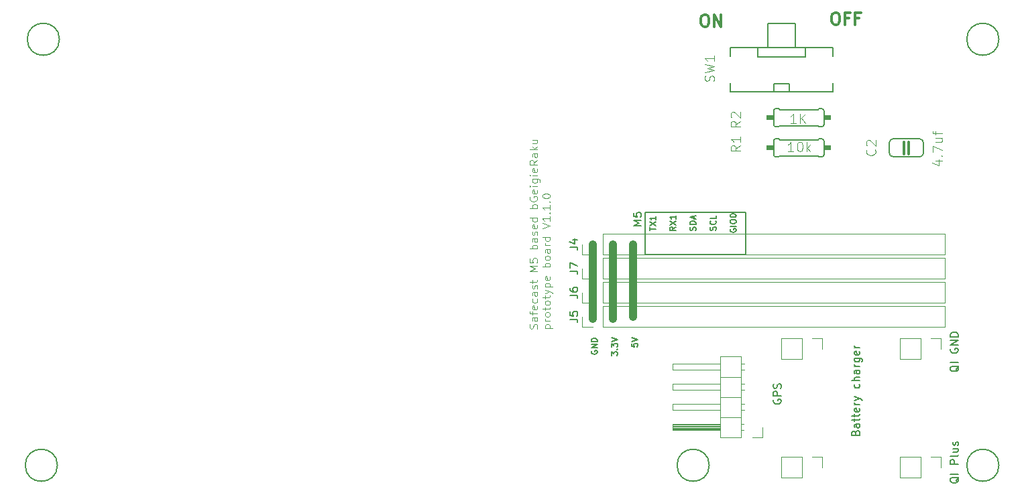
<source format=gbr>
G04 #@! TF.GenerationSoftware,KiCad,Pcbnew,5.99.0-unknown-51b9944~86~ubuntu18.04.1*
G04 #@! TF.CreationDate,2020-03-12T08:57:13+09:00*
G04 #@! TF.ProjectId,bGeigieRaku V2,62476569-6769-4655-9261-6b752056322e,rev?*
G04 #@! TF.SameCoordinates,Original*
G04 #@! TF.FileFunction,Legend,Top*
G04 #@! TF.FilePolarity,Positive*
%FSLAX46Y46*%
G04 Gerber Fmt 4.6, Leading zero omitted, Abs format (unit mm)*
G04 Created by KiCad (PCBNEW 5.99.0-unknown-51b9944~86~ubuntu18.04.1) date 2020-03-12 08:57:13*
%MOMM*%
%LPD*%
G01*
G04 APERTURE LIST*
%ADD10C,1.000000*%
%ADD11C,0.150000*%
%ADD12C,0.300000*%
%ADD13C,0.200000*%
%ADD14C,0.100000*%
%ADD15C,0.203200*%
%ADD16C,0.120000*%
%ADD17C,0.152400*%
%ADD18C,0.304800*%
%ADD19C,0.127000*%
%ADD20C,0.120650*%
%ADD21C,0.096520*%
G04 APERTURE END LIST*
D10*
X164947600Y-98246000D02*
X164947600Y-107390000D01*
X162407600Y-98246000D02*
X162407600Y-107644000D01*
D11*
X193070171Y-122073714D02*
X193117790Y-121930857D01*
X193165409Y-121883238D01*
X193260647Y-121835619D01*
X193403504Y-121835619D01*
X193498742Y-121883238D01*
X193546361Y-121930857D01*
X193593980Y-122026095D01*
X193593980Y-122407047D01*
X192593980Y-122407047D01*
X192593980Y-122073714D01*
X192641600Y-121978476D01*
X192689219Y-121930857D01*
X192784457Y-121883238D01*
X192879695Y-121883238D01*
X192974933Y-121930857D01*
X193022552Y-121978476D01*
X193070171Y-122073714D01*
X193070171Y-122407047D01*
X193593980Y-120978476D02*
X193070171Y-120978476D01*
X192974933Y-121026095D01*
X192927314Y-121121333D01*
X192927314Y-121311809D01*
X192974933Y-121407047D01*
X193546361Y-120978476D02*
X193593980Y-121073714D01*
X193593980Y-121311809D01*
X193546361Y-121407047D01*
X193451123Y-121454666D01*
X193355885Y-121454666D01*
X193260647Y-121407047D01*
X193213028Y-121311809D01*
X193213028Y-121073714D01*
X193165409Y-120978476D01*
X192927314Y-120645142D02*
X192927314Y-120264190D01*
X192593980Y-120502285D02*
X193451123Y-120502285D01*
X193546361Y-120454666D01*
X193593980Y-120359428D01*
X193593980Y-120264190D01*
X192927314Y-120073714D02*
X192927314Y-119692761D01*
X192593980Y-119930857D02*
X193451123Y-119930857D01*
X193546361Y-119883238D01*
X193593980Y-119788000D01*
X193593980Y-119692761D01*
X193546361Y-118978476D02*
X193593980Y-119073714D01*
X193593980Y-119264190D01*
X193546361Y-119359428D01*
X193451123Y-119407047D01*
X193070171Y-119407047D01*
X192974933Y-119359428D01*
X192927314Y-119264190D01*
X192927314Y-119073714D01*
X192974933Y-118978476D01*
X193070171Y-118930857D01*
X193165409Y-118930857D01*
X193260647Y-119407047D01*
X193593980Y-118502285D02*
X192927314Y-118502285D01*
X193117790Y-118502285D02*
X193022552Y-118454666D01*
X192974933Y-118407047D01*
X192927314Y-118311809D01*
X192927314Y-118216571D01*
X192927314Y-117978476D02*
X193593980Y-117740380D01*
X192927314Y-117502285D02*
X193593980Y-117740380D01*
X193832076Y-117835619D01*
X193879695Y-117883238D01*
X193927314Y-117978476D01*
X193546361Y-115930857D02*
X193593980Y-116026095D01*
X193593980Y-116216571D01*
X193546361Y-116311809D01*
X193498742Y-116359428D01*
X193403504Y-116407047D01*
X193117790Y-116407047D01*
X193022552Y-116359428D01*
X192974933Y-116311809D01*
X192927314Y-116216571D01*
X192927314Y-116026095D01*
X192974933Y-115930857D01*
X193593980Y-115502285D02*
X192593980Y-115502285D01*
X193593980Y-115073714D02*
X193070171Y-115073714D01*
X192974933Y-115121333D01*
X192927314Y-115216571D01*
X192927314Y-115359428D01*
X192974933Y-115454666D01*
X193022552Y-115502285D01*
X193593980Y-114168952D02*
X193070171Y-114168952D01*
X192974933Y-114216571D01*
X192927314Y-114311809D01*
X192927314Y-114502285D01*
X192974933Y-114597523D01*
X193546361Y-114168952D02*
X193593980Y-114264190D01*
X193593980Y-114502285D01*
X193546361Y-114597523D01*
X193451123Y-114645142D01*
X193355885Y-114645142D01*
X193260647Y-114597523D01*
X193213028Y-114502285D01*
X193213028Y-114264190D01*
X193165409Y-114168952D01*
X193593980Y-113692761D02*
X192927314Y-113692761D01*
X193117790Y-113692761D02*
X193022552Y-113645142D01*
X192974933Y-113597523D01*
X192927314Y-113502285D01*
X192927314Y-113407047D01*
X192927314Y-112645142D02*
X193736838Y-112645142D01*
X193832076Y-112692761D01*
X193879695Y-112740380D01*
X193927314Y-112835619D01*
X193927314Y-112978476D01*
X193879695Y-113073714D01*
X193546361Y-112645142D02*
X193593980Y-112740380D01*
X193593980Y-112930857D01*
X193546361Y-113026095D01*
X193498742Y-113073714D01*
X193403504Y-113121333D01*
X193117790Y-113121333D01*
X193022552Y-113073714D01*
X192974933Y-113026095D01*
X192927314Y-112930857D01*
X192927314Y-112740380D01*
X192974933Y-112645142D01*
X193546361Y-111788000D02*
X193593980Y-111883238D01*
X193593980Y-112073714D01*
X193546361Y-112168952D01*
X193451123Y-112216571D01*
X193070171Y-112216571D01*
X192974933Y-112168952D01*
X192927314Y-112073714D01*
X192927314Y-111883238D01*
X192974933Y-111788000D01*
X193070171Y-111740380D01*
X193165409Y-111740380D01*
X193260647Y-112216571D01*
X193593980Y-111311809D02*
X192927314Y-111311809D01*
X193117790Y-111311809D02*
X193022552Y-111264190D01*
X192974933Y-111216571D01*
X192927314Y-111121333D01*
X192927314Y-111026095D01*
D12*
X173925028Y-69230571D02*
X174210742Y-69230571D01*
X174353600Y-69302000D01*
X174496457Y-69444857D01*
X174567885Y-69730571D01*
X174567885Y-70230571D01*
X174496457Y-70516285D01*
X174353600Y-70659142D01*
X174210742Y-70730571D01*
X173925028Y-70730571D01*
X173782171Y-70659142D01*
X173639314Y-70516285D01*
X173567885Y-70230571D01*
X173567885Y-69730571D01*
X173639314Y-69444857D01*
X173782171Y-69302000D01*
X173925028Y-69230571D01*
X175210742Y-70730571D02*
X175210742Y-69230571D01*
X176067885Y-70730571D01*
X176067885Y-69230571D01*
X190443028Y-68976571D02*
X190728742Y-68976571D01*
X190871600Y-69048000D01*
X191014457Y-69190857D01*
X191085885Y-69476571D01*
X191085885Y-69976571D01*
X191014457Y-70262285D01*
X190871600Y-70405142D01*
X190728742Y-70476571D01*
X190443028Y-70476571D01*
X190300171Y-70405142D01*
X190157314Y-70262285D01*
X190085885Y-69976571D01*
X190085885Y-69476571D01*
X190157314Y-69190857D01*
X190300171Y-69048000D01*
X190443028Y-68976571D01*
X192228742Y-69690857D02*
X191728742Y-69690857D01*
X191728742Y-70476571D02*
X191728742Y-68976571D01*
X192443028Y-68976571D01*
X193514457Y-69690857D02*
X193014457Y-69690857D01*
X193014457Y-70476571D02*
X193014457Y-68976571D01*
X193728742Y-68976571D01*
D11*
X166034980Y-95880523D02*
X165034980Y-95880523D01*
X165749266Y-95547190D01*
X165034980Y-95213857D01*
X166034980Y-95213857D01*
X165034980Y-94261476D02*
X165034980Y-94737666D01*
X165511171Y-94785285D01*
X165463552Y-94737666D01*
X165415933Y-94642428D01*
X165415933Y-94404333D01*
X165463552Y-94309095D01*
X165511171Y-94261476D01*
X165606409Y-94213857D01*
X165844504Y-94213857D01*
X165939742Y-94261476D01*
X165987361Y-94309095D01*
X166034980Y-94404333D01*
X166034980Y-94642428D01*
X165987361Y-94737666D01*
X165939742Y-94785285D01*
D13*
X179171600Y-99516000D02*
X166471600Y-99516000D01*
X179171600Y-94182000D02*
X179171600Y-99516000D01*
X166471600Y-94182000D02*
X179171600Y-94182000D01*
X166471600Y-99516000D02*
X166471600Y-94182000D01*
D10*
X159867600Y-98246000D02*
X159867600Y-107644000D01*
D11*
X177272600Y-96311142D02*
X177236885Y-96382571D01*
X177236885Y-96489714D01*
X177272600Y-96596857D01*
X177344028Y-96668285D01*
X177415457Y-96704000D01*
X177558314Y-96739714D01*
X177665457Y-96739714D01*
X177808314Y-96704000D01*
X177879742Y-96668285D01*
X177951171Y-96596857D01*
X177986885Y-96489714D01*
X177986885Y-96418285D01*
X177951171Y-96311142D01*
X177915457Y-96275428D01*
X177665457Y-96275428D01*
X177665457Y-96418285D01*
X177986885Y-95954000D02*
X177236885Y-95954000D01*
X177236885Y-95454000D02*
X177236885Y-95311142D01*
X177272600Y-95239714D01*
X177344028Y-95168285D01*
X177486885Y-95132571D01*
X177736885Y-95132571D01*
X177879742Y-95168285D01*
X177951171Y-95239714D01*
X177986885Y-95311142D01*
X177986885Y-95454000D01*
X177951171Y-95525428D01*
X177879742Y-95596857D01*
X177736885Y-95632571D01*
X177486885Y-95632571D01*
X177344028Y-95596857D01*
X177272600Y-95525428D01*
X177236885Y-95454000D01*
X177236885Y-94668285D02*
X177236885Y-94596857D01*
X177272600Y-94525428D01*
X177308314Y-94489714D01*
X177379742Y-94454000D01*
X177522600Y-94418285D01*
X177701171Y-94418285D01*
X177844028Y-94454000D01*
X177915457Y-94489714D01*
X177951171Y-94525428D01*
X177986885Y-94596857D01*
X177986885Y-94668285D01*
X177951171Y-94739714D01*
X177915457Y-94775428D01*
X177844028Y-94811142D01*
X177701171Y-94846857D01*
X177522600Y-94846857D01*
X177379742Y-94811142D01*
X177308314Y-94775428D01*
X177272600Y-94739714D01*
X177236885Y-94668285D01*
X175411171Y-96471857D02*
X175446885Y-96364714D01*
X175446885Y-96186142D01*
X175411171Y-96114714D01*
X175375457Y-96079000D01*
X175304028Y-96043285D01*
X175232600Y-96043285D01*
X175161171Y-96079000D01*
X175125457Y-96114714D01*
X175089742Y-96186142D01*
X175054028Y-96329000D01*
X175018314Y-96400428D01*
X174982600Y-96436142D01*
X174911171Y-96471857D01*
X174839742Y-96471857D01*
X174768314Y-96436142D01*
X174732600Y-96400428D01*
X174696885Y-96329000D01*
X174696885Y-96150428D01*
X174732600Y-96043285D01*
X175375457Y-95293285D02*
X175411171Y-95329000D01*
X175446885Y-95436142D01*
X175446885Y-95507571D01*
X175411171Y-95614714D01*
X175339742Y-95686142D01*
X175268314Y-95721857D01*
X175125457Y-95757571D01*
X175018314Y-95757571D01*
X174875457Y-95721857D01*
X174804028Y-95686142D01*
X174732600Y-95614714D01*
X174696885Y-95507571D01*
X174696885Y-95436142D01*
X174732600Y-95329000D01*
X174768314Y-95293285D01*
X175446885Y-94614714D02*
X175446885Y-94971857D01*
X174696885Y-94971857D01*
X172871171Y-96489714D02*
X172906885Y-96382571D01*
X172906885Y-96204000D01*
X172871171Y-96132571D01*
X172835457Y-96096857D01*
X172764028Y-96061142D01*
X172692600Y-96061142D01*
X172621171Y-96096857D01*
X172585457Y-96132571D01*
X172549742Y-96204000D01*
X172514028Y-96346857D01*
X172478314Y-96418285D01*
X172442600Y-96454000D01*
X172371171Y-96489714D01*
X172299742Y-96489714D01*
X172228314Y-96454000D01*
X172192600Y-96418285D01*
X172156885Y-96346857D01*
X172156885Y-96168285D01*
X172192600Y-96061142D01*
X172906885Y-95739714D02*
X172156885Y-95739714D01*
X172156885Y-95561142D01*
X172192600Y-95454000D01*
X172264028Y-95382571D01*
X172335457Y-95346857D01*
X172478314Y-95311142D01*
X172585457Y-95311142D01*
X172728314Y-95346857D01*
X172799742Y-95382571D01*
X172871171Y-95454000D01*
X172906885Y-95561142D01*
X172906885Y-95739714D01*
X172692600Y-95025428D02*
X172692600Y-94668285D01*
X172906885Y-95096857D02*
X172156885Y-94846857D01*
X172906885Y-94596857D01*
X170366885Y-96061141D02*
X170009742Y-96311141D01*
X170366885Y-96489713D02*
X169616885Y-96489713D01*
X169616885Y-96203999D01*
X169652600Y-96132570D01*
X169688314Y-96096856D01*
X169759742Y-96061141D01*
X169866885Y-96061141D01*
X169938314Y-96096856D01*
X169974028Y-96132570D01*
X170009742Y-96203999D01*
X170009742Y-96489713D01*
X169616885Y-95811141D02*
X170366885Y-95311141D01*
X169616885Y-95311141D02*
X170366885Y-95811141D01*
X170366885Y-94632570D02*
X170366885Y-95061141D01*
X170366885Y-94846856D02*
X169616885Y-94846856D01*
X169724028Y-94918284D01*
X169795457Y-94989713D01*
X169831171Y-95061141D01*
X167076885Y-96507570D02*
X167076885Y-96078999D01*
X167826885Y-96293284D02*
X167076885Y-96293284D01*
X167076885Y-95900427D02*
X167826885Y-95400427D01*
X167076885Y-95400427D02*
X167826885Y-95900427D01*
X167826885Y-94721856D02*
X167826885Y-95150427D01*
X167826885Y-94936141D02*
X167076885Y-94936141D01*
X167184028Y-95007570D01*
X167255457Y-95078999D01*
X167291171Y-95150427D01*
X164790885Y-110807143D02*
X164790885Y-111164286D01*
X165148028Y-111200000D01*
X165112314Y-111164286D01*
X165076600Y-111092857D01*
X165076600Y-110914286D01*
X165112314Y-110842857D01*
X165148028Y-110807143D01*
X165219457Y-110771428D01*
X165398028Y-110771428D01*
X165469457Y-110807143D01*
X165505171Y-110842857D01*
X165540885Y-110914286D01*
X165540885Y-111092857D01*
X165505171Y-111164286D01*
X165469457Y-111200000D01*
X164790885Y-110557143D02*
X165540885Y-110307143D01*
X164790885Y-110057143D01*
X162250885Y-112307142D02*
X162250885Y-111842857D01*
X162536600Y-112092857D01*
X162536600Y-111985714D01*
X162572314Y-111914285D01*
X162608028Y-111878571D01*
X162679457Y-111842857D01*
X162858028Y-111842857D01*
X162929457Y-111878571D01*
X162965171Y-111914285D01*
X163000885Y-111985714D01*
X163000885Y-112200000D01*
X162965171Y-112271428D01*
X162929457Y-112307142D01*
X162929457Y-111521428D02*
X162965171Y-111485714D01*
X163000885Y-111521428D01*
X162965171Y-111557142D01*
X162929457Y-111521428D01*
X163000885Y-111521428D01*
X162250885Y-111235714D02*
X162250885Y-110771428D01*
X162536600Y-111021428D01*
X162536600Y-110914285D01*
X162572314Y-110842857D01*
X162608028Y-110807142D01*
X162679457Y-110771428D01*
X162858028Y-110771428D01*
X162929457Y-110807142D01*
X162965171Y-110842857D01*
X163000885Y-110914285D01*
X163000885Y-111128571D01*
X162965171Y-111200000D01*
X162929457Y-111235714D01*
X162250885Y-110557142D02*
X163000885Y-110307142D01*
X162250885Y-110057142D01*
X159746600Y-111699999D02*
X159710885Y-111771428D01*
X159710885Y-111878571D01*
X159746600Y-111985713D01*
X159818028Y-112057142D01*
X159889457Y-112092856D01*
X160032314Y-112128571D01*
X160139457Y-112128571D01*
X160282314Y-112092856D01*
X160353742Y-112057142D01*
X160425171Y-111985713D01*
X160460885Y-111878571D01*
X160460885Y-111807142D01*
X160425171Y-111699999D01*
X160389457Y-111664285D01*
X160139457Y-111664285D01*
X160139457Y-111807142D01*
X160460885Y-111342856D02*
X159710885Y-111342856D01*
X160460885Y-110914285D01*
X159710885Y-110914285D01*
X160460885Y-110557142D02*
X159710885Y-110557142D01*
X159710885Y-110378571D01*
X159746600Y-110271428D01*
X159818028Y-110199999D01*
X159889457Y-110164285D01*
X160032314Y-110128571D01*
X160139457Y-110128571D01*
X160282314Y-110164285D01*
X160353742Y-110199999D01*
X160425171Y-110271428D01*
X160460885Y-110378571D01*
X160460885Y-110557142D01*
D14*
X152863361Y-108912523D02*
X152910980Y-108769666D01*
X152910980Y-108531571D01*
X152863361Y-108436333D01*
X152815742Y-108388714D01*
X152720504Y-108341095D01*
X152625266Y-108341095D01*
X152530028Y-108388714D01*
X152482409Y-108436333D01*
X152434790Y-108531571D01*
X152387171Y-108722047D01*
X152339552Y-108817285D01*
X152291933Y-108864904D01*
X152196695Y-108912523D01*
X152101457Y-108912523D01*
X152006219Y-108864904D01*
X151958600Y-108817285D01*
X151910980Y-108722047D01*
X151910980Y-108483952D01*
X151958600Y-108341095D01*
X152910980Y-107483952D02*
X152387171Y-107483952D01*
X152291933Y-107531571D01*
X152244314Y-107626809D01*
X152244314Y-107817285D01*
X152291933Y-107912523D01*
X152863361Y-107483952D02*
X152910980Y-107579190D01*
X152910980Y-107817285D01*
X152863361Y-107912523D01*
X152768123Y-107960142D01*
X152672885Y-107960142D01*
X152577647Y-107912523D01*
X152530028Y-107817285D01*
X152530028Y-107579190D01*
X152482409Y-107483952D01*
X152244314Y-107150619D02*
X152244314Y-106769666D01*
X152910980Y-107007761D02*
X152053838Y-107007761D01*
X151958600Y-106960142D01*
X151910980Y-106864904D01*
X151910980Y-106769666D01*
X152863361Y-106055380D02*
X152910980Y-106150619D01*
X152910980Y-106341095D01*
X152863361Y-106436333D01*
X152768123Y-106483952D01*
X152387171Y-106483952D01*
X152291933Y-106436333D01*
X152244314Y-106341095D01*
X152244314Y-106150619D01*
X152291933Y-106055380D01*
X152387171Y-106007761D01*
X152482409Y-106007761D01*
X152577647Y-106483952D01*
X152863361Y-105150619D02*
X152910980Y-105245857D01*
X152910980Y-105436333D01*
X152863361Y-105531571D01*
X152815742Y-105579190D01*
X152720504Y-105626809D01*
X152434790Y-105626809D01*
X152339552Y-105579190D01*
X152291933Y-105531571D01*
X152244314Y-105436333D01*
X152244314Y-105245857D01*
X152291933Y-105150619D01*
X152910980Y-104293476D02*
X152387171Y-104293476D01*
X152291933Y-104341095D01*
X152244314Y-104436333D01*
X152244314Y-104626809D01*
X152291933Y-104722047D01*
X152863361Y-104293476D02*
X152910980Y-104388714D01*
X152910980Y-104626809D01*
X152863361Y-104722047D01*
X152768123Y-104769666D01*
X152672885Y-104769666D01*
X152577647Y-104722047D01*
X152530028Y-104626809D01*
X152530028Y-104388714D01*
X152482409Y-104293476D01*
X152863361Y-103864904D02*
X152910980Y-103769666D01*
X152910980Y-103579190D01*
X152863361Y-103483952D01*
X152768123Y-103436333D01*
X152720504Y-103436333D01*
X152625266Y-103483952D01*
X152577647Y-103579190D01*
X152577647Y-103722047D01*
X152530028Y-103817285D01*
X152434790Y-103864904D01*
X152387171Y-103864904D01*
X152291933Y-103817285D01*
X152244314Y-103722047D01*
X152244314Y-103579190D01*
X152291933Y-103483952D01*
X152244314Y-103150619D02*
X152244314Y-102769666D01*
X151910980Y-103007761D02*
X152768123Y-103007761D01*
X152863361Y-102960142D01*
X152910980Y-102864904D01*
X152910980Y-102769666D01*
X152910980Y-101674428D02*
X151910980Y-101674428D01*
X152625266Y-101341095D01*
X151910980Y-101007761D01*
X152910980Y-101007761D01*
X151910980Y-100055380D02*
X151910980Y-100531571D01*
X152387171Y-100579190D01*
X152339552Y-100531571D01*
X152291933Y-100436333D01*
X152291933Y-100198238D01*
X152339552Y-100103000D01*
X152387171Y-100055380D01*
X152482409Y-100007761D01*
X152720504Y-100007761D01*
X152815742Y-100055380D01*
X152863361Y-100103000D01*
X152910980Y-100198238D01*
X152910980Y-100436333D01*
X152863361Y-100531571D01*
X152815742Y-100579190D01*
X152910980Y-98817285D02*
X151910980Y-98817285D01*
X152291933Y-98817285D02*
X152244314Y-98722047D01*
X152244314Y-98531571D01*
X152291933Y-98436333D01*
X152339552Y-98388714D01*
X152434790Y-98341095D01*
X152720504Y-98341095D01*
X152815742Y-98388714D01*
X152863361Y-98436333D01*
X152910980Y-98531571D01*
X152910980Y-98722047D01*
X152863361Y-98817285D01*
X152910980Y-97483952D02*
X152387171Y-97483952D01*
X152291933Y-97531571D01*
X152244314Y-97626809D01*
X152244314Y-97817285D01*
X152291933Y-97912523D01*
X152863361Y-97483952D02*
X152910980Y-97579190D01*
X152910980Y-97817285D01*
X152863361Y-97912523D01*
X152768123Y-97960142D01*
X152672885Y-97960142D01*
X152577647Y-97912523D01*
X152530028Y-97817285D01*
X152530028Y-97579190D01*
X152482409Y-97483952D01*
X152863361Y-97055380D02*
X152910980Y-96960142D01*
X152910980Y-96769666D01*
X152863361Y-96674428D01*
X152768123Y-96626809D01*
X152720504Y-96626809D01*
X152625266Y-96674428D01*
X152577647Y-96769666D01*
X152577647Y-96912523D01*
X152530028Y-97007761D01*
X152434790Y-97055380D01*
X152387171Y-97055380D01*
X152291933Y-97007761D01*
X152244314Y-96912523D01*
X152244314Y-96769666D01*
X152291933Y-96674428D01*
X152863361Y-95817285D02*
X152910980Y-95912523D01*
X152910980Y-96103000D01*
X152863361Y-96198238D01*
X152768123Y-96245857D01*
X152387171Y-96245857D01*
X152291933Y-96198238D01*
X152244314Y-96103000D01*
X152244314Y-95912523D01*
X152291933Y-95817285D01*
X152387171Y-95769666D01*
X152482409Y-95769666D01*
X152577647Y-96245857D01*
X152910980Y-94912523D02*
X151910980Y-94912523D01*
X152863361Y-94912523D02*
X152910980Y-95007761D01*
X152910980Y-95198238D01*
X152863361Y-95293476D01*
X152815742Y-95341095D01*
X152720504Y-95388714D01*
X152434790Y-95388714D01*
X152339552Y-95341095D01*
X152291933Y-95293476D01*
X152244314Y-95198238D01*
X152244314Y-95007761D01*
X152291933Y-94912523D01*
X152910980Y-93674428D02*
X151910980Y-93674428D01*
X152291933Y-93674428D02*
X152244314Y-93579190D01*
X152244314Y-93388714D01*
X152291933Y-93293476D01*
X152339552Y-93245857D01*
X152434790Y-93198238D01*
X152720504Y-93198238D01*
X152815742Y-93245857D01*
X152863361Y-93293476D01*
X152910980Y-93388714D01*
X152910980Y-93579190D01*
X152863361Y-93674428D01*
X151958600Y-92245857D02*
X151910980Y-92341095D01*
X151910980Y-92483952D01*
X151958600Y-92626809D01*
X152053838Y-92722047D01*
X152149076Y-92769666D01*
X152339552Y-92817285D01*
X152482409Y-92817285D01*
X152672885Y-92769666D01*
X152768123Y-92722047D01*
X152863361Y-92626809D01*
X152910980Y-92483952D01*
X152910980Y-92388714D01*
X152863361Y-92245857D01*
X152815742Y-92198238D01*
X152482409Y-92198238D01*
X152482409Y-92388714D01*
X152863361Y-91388714D02*
X152910980Y-91483952D01*
X152910980Y-91674428D01*
X152863361Y-91769666D01*
X152768123Y-91817285D01*
X152387171Y-91817285D01*
X152291933Y-91769666D01*
X152244314Y-91674428D01*
X152244314Y-91483952D01*
X152291933Y-91388714D01*
X152387171Y-91341095D01*
X152482409Y-91341095D01*
X152577647Y-91817285D01*
X152910980Y-90912523D02*
X152244314Y-90912523D01*
X151910980Y-90912523D02*
X151958600Y-90960142D01*
X152006219Y-90912523D01*
X151958600Y-90864904D01*
X151910980Y-90912523D01*
X152006219Y-90912523D01*
X152244314Y-90007761D02*
X153053838Y-90007761D01*
X153149076Y-90055380D01*
X153196695Y-90103000D01*
X153244314Y-90198238D01*
X153244314Y-90341095D01*
X153196695Y-90436333D01*
X152863361Y-90007761D02*
X152910980Y-90103000D01*
X152910980Y-90293476D01*
X152863361Y-90388714D01*
X152815742Y-90436333D01*
X152720504Y-90483952D01*
X152434790Y-90483952D01*
X152339552Y-90436333D01*
X152291933Y-90388714D01*
X152244314Y-90293476D01*
X152244314Y-90103000D01*
X152291933Y-90007761D01*
X152910980Y-89531571D02*
X152244314Y-89531571D01*
X151910980Y-89531571D02*
X151958600Y-89579190D01*
X152006219Y-89531571D01*
X151958600Y-89483952D01*
X151910980Y-89531571D01*
X152006219Y-89531571D01*
X152863361Y-88674428D02*
X152910980Y-88769666D01*
X152910980Y-88960142D01*
X152863361Y-89055380D01*
X152768123Y-89103000D01*
X152387171Y-89103000D01*
X152291933Y-89055380D01*
X152244314Y-88960142D01*
X152244314Y-88769666D01*
X152291933Y-88674428D01*
X152387171Y-88626809D01*
X152482409Y-88626809D01*
X152577647Y-89103000D01*
X152910980Y-87626809D02*
X152434790Y-87960142D01*
X152910980Y-88198238D02*
X151910980Y-88198238D01*
X151910980Y-87817285D01*
X151958600Y-87722047D01*
X152006219Y-87674428D01*
X152101457Y-87626809D01*
X152244314Y-87626809D01*
X152339552Y-87674428D01*
X152387171Y-87722047D01*
X152434790Y-87817285D01*
X152434790Y-88198238D01*
X152910980Y-86769666D02*
X152387171Y-86769666D01*
X152291933Y-86817285D01*
X152244314Y-86912523D01*
X152244314Y-87103000D01*
X152291933Y-87198238D01*
X152863361Y-86769666D02*
X152910980Y-86864904D01*
X152910980Y-87103000D01*
X152863361Y-87198238D01*
X152768123Y-87245857D01*
X152672885Y-87245857D01*
X152577647Y-87198238D01*
X152530028Y-87103000D01*
X152530028Y-86864904D01*
X152482409Y-86769666D01*
X152910980Y-86293476D02*
X151910980Y-86293476D01*
X152530028Y-86198238D02*
X152910980Y-85912523D01*
X152244314Y-85912523D02*
X152625266Y-86293476D01*
X152244314Y-85055380D02*
X152910980Y-85055380D01*
X152244314Y-85483952D02*
X152768123Y-85483952D01*
X152863361Y-85436333D01*
X152910980Y-85341095D01*
X152910980Y-85198238D01*
X152863361Y-85103000D01*
X152815742Y-85055380D01*
X153854314Y-108864904D02*
X154854314Y-108864904D01*
X153901933Y-108864904D02*
X153854314Y-108769666D01*
X153854314Y-108579190D01*
X153901933Y-108483952D01*
X153949552Y-108436333D01*
X154044790Y-108388714D01*
X154330504Y-108388714D01*
X154425742Y-108436333D01*
X154473361Y-108483952D01*
X154520980Y-108579190D01*
X154520980Y-108769666D01*
X154473361Y-108864904D01*
X154520980Y-107960142D02*
X153854314Y-107960142D01*
X154044790Y-107960142D02*
X153949552Y-107912523D01*
X153901933Y-107864904D01*
X153854314Y-107769666D01*
X153854314Y-107674428D01*
X154520980Y-107198238D02*
X154473361Y-107293476D01*
X154425742Y-107341095D01*
X154330504Y-107388714D01*
X154044790Y-107388714D01*
X153949552Y-107341095D01*
X153901933Y-107293476D01*
X153854314Y-107198238D01*
X153854314Y-107055380D01*
X153901933Y-106960142D01*
X153949552Y-106912523D01*
X154044790Y-106864904D01*
X154330504Y-106864904D01*
X154425742Y-106912523D01*
X154473361Y-106960142D01*
X154520980Y-107055380D01*
X154520980Y-107198238D01*
X153854314Y-106579190D02*
X153854314Y-106198238D01*
X153520980Y-106436333D02*
X154378123Y-106436333D01*
X154473361Y-106388714D01*
X154520980Y-106293476D01*
X154520980Y-106198238D01*
X154520980Y-105722047D02*
X154473361Y-105817285D01*
X154425742Y-105864904D01*
X154330504Y-105912523D01*
X154044790Y-105912523D01*
X153949552Y-105864904D01*
X153901933Y-105817285D01*
X153854314Y-105722047D01*
X153854314Y-105579190D01*
X153901933Y-105483952D01*
X153949552Y-105436333D01*
X154044790Y-105388714D01*
X154330504Y-105388714D01*
X154425742Y-105436333D01*
X154473361Y-105483952D01*
X154520980Y-105579190D01*
X154520980Y-105722047D01*
X153854314Y-105103000D02*
X153854314Y-104722047D01*
X153520980Y-104960142D02*
X154378123Y-104960142D01*
X154473361Y-104912523D01*
X154520980Y-104817285D01*
X154520980Y-104722047D01*
X153854314Y-104483952D02*
X154520980Y-104245857D01*
X153854314Y-104007761D02*
X154520980Y-104245857D01*
X154759076Y-104341095D01*
X154806695Y-104388714D01*
X154854314Y-104483952D01*
X153854314Y-103626809D02*
X154854314Y-103626809D01*
X153901933Y-103626809D02*
X153854314Y-103531571D01*
X153854314Y-103341095D01*
X153901933Y-103245857D01*
X153949552Y-103198238D01*
X154044790Y-103150619D01*
X154330504Y-103150619D01*
X154425742Y-103198238D01*
X154473361Y-103245857D01*
X154520980Y-103341095D01*
X154520980Y-103531571D01*
X154473361Y-103626809D01*
X154473361Y-102341095D02*
X154520980Y-102436333D01*
X154520980Y-102626809D01*
X154473361Y-102722047D01*
X154378123Y-102769666D01*
X153997171Y-102769666D01*
X153901933Y-102722047D01*
X153854314Y-102626809D01*
X153854314Y-102436333D01*
X153901933Y-102341095D01*
X153997171Y-102293476D01*
X154092409Y-102293476D01*
X154187647Y-102769666D01*
X154520980Y-101103000D02*
X153520980Y-101103000D01*
X153901933Y-101103000D02*
X153854314Y-101007761D01*
X153854314Y-100817285D01*
X153901933Y-100722047D01*
X153949552Y-100674428D01*
X154044790Y-100626809D01*
X154330504Y-100626809D01*
X154425742Y-100674428D01*
X154473361Y-100722047D01*
X154520980Y-100817285D01*
X154520980Y-101007761D01*
X154473361Y-101103000D01*
X154520980Y-100055380D02*
X154473361Y-100150619D01*
X154425742Y-100198238D01*
X154330504Y-100245857D01*
X154044790Y-100245857D01*
X153949552Y-100198238D01*
X153901933Y-100150619D01*
X153854314Y-100055380D01*
X153854314Y-99912523D01*
X153901933Y-99817285D01*
X153949552Y-99769666D01*
X154044790Y-99722047D01*
X154330504Y-99722047D01*
X154425742Y-99769666D01*
X154473361Y-99817285D01*
X154520980Y-99912523D01*
X154520980Y-100055380D01*
X154520980Y-98864904D02*
X153997171Y-98864904D01*
X153901933Y-98912523D01*
X153854314Y-99007761D01*
X153854314Y-99198238D01*
X153901933Y-99293476D01*
X154473361Y-98864904D02*
X154520980Y-98960142D01*
X154520980Y-99198238D01*
X154473361Y-99293476D01*
X154378123Y-99341095D01*
X154282885Y-99341095D01*
X154187647Y-99293476D01*
X154140028Y-99198238D01*
X154140028Y-98960142D01*
X154092409Y-98864904D01*
X154520980Y-98388714D02*
X153854314Y-98388714D01*
X154044790Y-98388714D02*
X153949552Y-98341095D01*
X153901933Y-98293476D01*
X153854314Y-98198238D01*
X153854314Y-98103000D01*
X154520980Y-97341095D02*
X153520980Y-97341095D01*
X154473361Y-97341095D02*
X154520980Y-97436333D01*
X154520980Y-97626809D01*
X154473361Y-97722047D01*
X154425742Y-97769666D01*
X154330504Y-97817285D01*
X154044790Y-97817285D01*
X153949552Y-97769666D01*
X153901933Y-97722047D01*
X153854314Y-97626809D01*
X153854314Y-97436333D01*
X153901933Y-97341095D01*
X153520980Y-96245857D02*
X154520980Y-95912523D01*
X153520980Y-95579190D01*
X154520980Y-94722047D02*
X154520980Y-95293476D01*
X154520980Y-95007761D02*
X153520980Y-95007761D01*
X153663838Y-95103000D01*
X153759076Y-95198238D01*
X153806695Y-95293476D01*
X154425742Y-94293476D02*
X154473361Y-94245857D01*
X154520980Y-94293476D01*
X154473361Y-94341095D01*
X154425742Y-94293476D01*
X154520980Y-94293476D01*
X154520980Y-93293476D02*
X154520980Y-93864904D01*
X154520980Y-93579190D02*
X153520980Y-93579190D01*
X153663838Y-93674428D01*
X153759076Y-93769666D01*
X153806695Y-93864904D01*
X154425742Y-92864904D02*
X154473361Y-92817285D01*
X154520980Y-92864904D01*
X154473361Y-92912523D01*
X154425742Y-92864904D01*
X154520980Y-92864904D01*
X153520980Y-92198238D02*
X153520980Y-92103000D01*
X153568600Y-92007761D01*
X153616219Y-91960142D01*
X153711457Y-91912523D01*
X153901933Y-91864904D01*
X154140028Y-91864904D01*
X154330504Y-91912523D01*
X154425742Y-91960142D01*
X154473361Y-92007761D01*
X154520980Y-92103000D01*
X154520980Y-92198238D01*
X154473361Y-92293476D01*
X154425742Y-92341095D01*
X154330504Y-92388714D01*
X154140028Y-92436333D01*
X153901933Y-92436333D01*
X153711457Y-92388714D01*
X153616219Y-92341095D01*
X153568600Y-92293476D01*
X153520980Y-92198238D01*
D15*
X174599600Y-126186000D02*
G75*
G03*
X174599600Y-126186000I-2032000J0D01*
G01*
X92303600Y-126186000D02*
G75*
G03*
X92303600Y-126186000I-2032000J0D01*
G01*
X92557600Y-72338000D02*
G75*
G03*
X92557600Y-72338000I-2032000J0D01*
G01*
X211176000Y-72338000D02*
G75*
G03*
X211176000Y-72338000I-2032000J0D01*
G01*
X211175600Y-126186000D02*
G75*
G03*
X211175600Y-126186000I-2032000J0D01*
G01*
D16*
X204378000Y-99576000D02*
X204378000Y-96916000D01*
X161138000Y-99576000D02*
X204378000Y-99576000D01*
X161138000Y-96916000D02*
X204378000Y-96916000D01*
X161138000Y-99576000D02*
X161138000Y-96916000D01*
X159868000Y-99576000D02*
X158538000Y-99576000D01*
X158538000Y-99576000D02*
X158538000Y-98246000D01*
X188884000Y-125110000D02*
X188884000Y-126440000D01*
X187554000Y-125110000D02*
X188884000Y-125110000D01*
X186284000Y-125110000D02*
X186284000Y-127770000D01*
X186284000Y-127770000D02*
X183684000Y-127770000D01*
X186284000Y-125110000D02*
X183684000Y-125110000D01*
X183684000Y-125110000D02*
X183684000Y-127770000D01*
X203870000Y-125110000D02*
X203870000Y-126440000D01*
X202540000Y-125110000D02*
X203870000Y-125110000D01*
X201270000Y-125110000D02*
X201270000Y-127770000D01*
X201270000Y-127770000D02*
X198670000Y-127770000D01*
X201270000Y-125110000D02*
X198670000Y-125110000D01*
X198670000Y-125110000D02*
X198670000Y-127770000D01*
X203870000Y-110124000D02*
X203870000Y-111454000D01*
X202540000Y-110124000D02*
X203870000Y-110124000D01*
X201270000Y-110124000D02*
X201270000Y-112784000D01*
X201270000Y-112784000D02*
X198670000Y-112784000D01*
X201270000Y-110124000D02*
X198670000Y-110124000D01*
X198670000Y-110124000D02*
X198670000Y-112784000D01*
X188884000Y-110124000D02*
X188884000Y-111454000D01*
X187554000Y-110124000D02*
X188884000Y-110124000D01*
X186284000Y-110124000D02*
X186284000Y-112784000D01*
X186284000Y-112784000D02*
X183684000Y-112784000D01*
X186284000Y-110124000D02*
X183684000Y-110124000D01*
X183684000Y-110124000D02*
X183684000Y-112784000D01*
X158538000Y-102624000D02*
X158538000Y-101294000D01*
X159868000Y-102624000D02*
X158538000Y-102624000D01*
X161138000Y-102624000D02*
X161138000Y-99964000D01*
X161138000Y-99964000D02*
X204378000Y-99964000D01*
X161138000Y-102624000D02*
X204378000Y-102624000D01*
X204378000Y-102624000D02*
X204378000Y-99964000D01*
X158538000Y-105672000D02*
X158538000Y-104342000D01*
X159868000Y-105672000D02*
X158538000Y-105672000D01*
X161138000Y-105672000D02*
X161138000Y-103012000D01*
X161138000Y-103012000D02*
X204378000Y-103012000D01*
X161138000Y-105672000D02*
X204378000Y-105672000D01*
X204378000Y-105672000D02*
X204378000Y-103012000D01*
X158538000Y-108720000D02*
X158538000Y-107390000D01*
X159868000Y-108720000D02*
X158538000Y-108720000D01*
X161138000Y-108720000D02*
X161138000Y-106060000D01*
X161138000Y-106060000D02*
X204378000Y-106060000D01*
X161138000Y-108720000D02*
X204378000Y-108720000D01*
X204378000Y-108720000D02*
X204378000Y-106060000D01*
G36*
X182728000Y-82548800D02*
G01*
X181864400Y-82548800D01*
X181864400Y-81939200D01*
X182728000Y-81939200D01*
X182728000Y-82548800D01*
G37*
G36*
X189941600Y-82548800D02*
G01*
X189078000Y-82548800D01*
X189078000Y-81939200D01*
X189941600Y-81939200D01*
X189941600Y-82548800D01*
G37*
D17*
X189078000Y-83133000D02*
X189078000Y-81355000D01*
X188824000Y-83387000D02*
X188443000Y-83387000D01*
X188824000Y-81101000D02*
X188443000Y-81101000D01*
X188316000Y-83260000D02*
X183490000Y-83260000D01*
X188316000Y-83260000D02*
X188443000Y-83387000D01*
X188316000Y-81228000D02*
X183490000Y-81228000D01*
X188316000Y-81228000D02*
X188443000Y-81101000D01*
X183490000Y-83260000D02*
X183363000Y-83387000D01*
X182982000Y-83387000D02*
X183363000Y-83387000D01*
X183490000Y-81228000D02*
X183363000Y-81101000D01*
X182982000Y-81101000D02*
X183363000Y-81101000D01*
X182728000Y-83133000D02*
X182728000Y-81355000D01*
X189078000Y-81355000D02*
G75*
G03*
X188824000Y-81101000I-254000J0D01*
G01*
X189078000Y-83133000D02*
G75*
G02*
X188824000Y-83387000I-254000J0D01*
G01*
X182982000Y-83387000D02*
G75*
G02*
X182728000Y-83133000I0J254000D01*
G01*
X182982000Y-81101000D02*
G75*
G03*
X182728000Y-81355000I0J-254000D01*
G01*
G36*
X189941600Y-86358800D02*
G01*
X189078000Y-86358800D01*
X189078000Y-85749200D01*
X189941600Y-85749200D01*
X189941600Y-86358800D01*
G37*
G36*
X182728000Y-86358800D02*
G01*
X181864400Y-86358800D01*
X181864400Y-85749200D01*
X182728000Y-85749200D01*
X182728000Y-86358800D01*
G37*
X182728000Y-85165000D02*
X182728000Y-86943000D01*
X182982000Y-84911000D02*
X183363000Y-84911000D01*
X182982000Y-87197000D02*
X183363000Y-87197000D01*
X183490000Y-85038000D02*
X188316000Y-85038000D01*
X183490000Y-85038000D02*
X183363000Y-84911000D01*
X183490000Y-87070000D02*
X188316000Y-87070000D01*
X183490000Y-87070000D02*
X183363000Y-87197000D01*
X188316000Y-85038000D02*
X188443000Y-84911000D01*
X188824000Y-84911000D02*
X188443000Y-84911000D01*
X188316000Y-87070000D02*
X188443000Y-87197000D01*
X188824000Y-87197000D02*
X188443000Y-87197000D01*
X189078000Y-85165000D02*
X189078000Y-86943000D01*
X182728000Y-86943000D02*
G75*
G03*
X182982000Y-87197000I254000J0D01*
G01*
X182728000Y-85165000D02*
G75*
G02*
X182982000Y-84911000I254000J0D01*
G01*
X188824000Y-84911000D02*
G75*
G02*
X189078000Y-85165000I0J-254000D01*
G01*
X188824000Y-87197000D02*
G75*
G03*
X189078000Y-86943000I0J254000D01*
G01*
D18*
X199161800Y-86816000D02*
X199161800Y-85292000D01*
X199796800Y-86816000D02*
X199796800Y-85292000D01*
D17*
X197333000Y-85419000D02*
G75*
G02*
X197841000Y-84911000I508000J0D01*
G01*
X197333000Y-86689000D02*
G75*
G03*
X197841000Y-87197000I508000J0D01*
G01*
X197841000Y-84911000D02*
X201143000Y-84911000D01*
X197333000Y-85419000D02*
X197333000Y-86689000D01*
X197841000Y-87197000D02*
X201143000Y-87197000D01*
X201143000Y-84911000D02*
G75*
G02*
X201651000Y-85419000I0J-508000D01*
G01*
X201143000Y-87197000D02*
G75*
G03*
X201651000Y-86689000I0J508000D01*
G01*
X201651000Y-85419000D02*
X201651000Y-86689000D01*
D19*
X190244000Y-78948000D02*
X184744000Y-78948000D01*
X184744000Y-78948000D02*
X182744000Y-78948000D01*
X182744000Y-78948000D02*
X177244000Y-78948000D01*
X177244000Y-73348000D02*
X180744000Y-73348000D01*
X180744000Y-73348000D02*
X181994000Y-73348000D01*
X181994000Y-73348000D02*
X185494000Y-73348000D01*
X185494000Y-73348000D02*
X186744000Y-73348000D01*
X186744000Y-73348000D02*
X190244000Y-73348000D01*
X184744000Y-78948000D02*
X184744000Y-77948000D01*
X184744000Y-77948000D02*
X182744000Y-77948000D01*
X182744000Y-77948000D02*
X182744000Y-78948000D01*
X186744000Y-73348000D02*
X186744000Y-74548000D01*
X186744000Y-74548000D02*
X180744000Y-74548000D01*
X180744000Y-74548000D02*
X180744000Y-73348000D01*
X185494000Y-73348000D02*
X185494000Y-70348000D01*
X185494000Y-70348000D02*
X181994000Y-70348000D01*
X181994000Y-70348000D02*
X181994000Y-73348000D01*
X190244000Y-78948000D02*
X190244000Y-77848000D01*
X190244000Y-73348000D02*
X190244000Y-74448000D01*
X177244000Y-78948000D02*
X177244000Y-77848000D01*
X177244000Y-73348000D02*
X177244000Y-74448000D01*
D16*
X181331000Y-122630000D02*
X180061000Y-122630000D01*
X181331000Y-121360000D02*
X181331000Y-122630000D01*
X179018071Y-113360000D02*
X178621000Y-113360000D01*
X179018071Y-114120000D02*
X178621000Y-114120000D01*
X169961000Y-113360000D02*
X175961000Y-113360000D01*
X169961000Y-114120000D02*
X169961000Y-113360000D01*
X175961000Y-114120000D02*
X169961000Y-114120000D01*
X178621000Y-115010000D02*
X175961000Y-115010000D01*
X179018071Y-115900000D02*
X178621000Y-115900000D01*
X179018071Y-116660000D02*
X178621000Y-116660000D01*
X169961000Y-115900000D02*
X175961000Y-115900000D01*
X169961000Y-116660000D02*
X169961000Y-115900000D01*
X175961000Y-116660000D02*
X169961000Y-116660000D01*
X178621000Y-117550000D02*
X175961000Y-117550000D01*
X179018071Y-118440000D02*
X178621000Y-118440000D01*
X179018071Y-119200000D02*
X178621000Y-119200000D01*
X169961000Y-118440000D02*
X175961000Y-118440000D01*
X169961000Y-119200000D02*
X169961000Y-118440000D01*
X175961000Y-119200000D02*
X169961000Y-119200000D01*
X178621000Y-120090000D02*
X175961000Y-120090000D01*
X178951000Y-120980000D02*
X178621000Y-120980000D01*
X178951000Y-121740000D02*
X178621000Y-121740000D01*
X175961000Y-121080000D02*
X169961000Y-121080000D01*
X175961000Y-121200000D02*
X169961000Y-121200000D01*
X175961000Y-121320000D02*
X169961000Y-121320000D01*
X175961000Y-121440000D02*
X169961000Y-121440000D01*
X175961000Y-121560000D02*
X169961000Y-121560000D01*
X175961000Y-121680000D02*
X169961000Y-121680000D01*
X169961000Y-120980000D02*
X175961000Y-120980000D01*
X169961000Y-121740000D02*
X169961000Y-120980000D01*
X175961000Y-121740000D02*
X169961000Y-121740000D01*
X175961000Y-122690000D02*
X178621000Y-122690000D01*
X175961000Y-112410000D02*
X175961000Y-122690000D01*
X178621000Y-112410000D02*
X175961000Y-112410000D01*
X178621000Y-122690000D02*
X178621000Y-112410000D01*
D11*
X156990380Y-98579333D02*
X157704666Y-98579333D01*
X157847523Y-98626952D01*
X157942761Y-98722190D01*
X157990380Y-98865047D01*
X157990380Y-98960285D01*
X157323714Y-97674571D02*
X157990380Y-97674571D01*
X156942761Y-97912666D02*
X157657047Y-98150761D01*
X157657047Y-97531714D01*
X206135219Y-113596904D02*
X206087600Y-113692142D01*
X205992361Y-113787380D01*
X205849504Y-113930238D01*
X205801885Y-114025476D01*
X205801885Y-114120714D01*
X206039980Y-114073095D02*
X205992361Y-114168333D01*
X205897123Y-114263571D01*
X205706647Y-114311190D01*
X205373314Y-114311190D01*
X205182838Y-114263571D01*
X205087600Y-114168333D01*
X205039980Y-114073095D01*
X205039980Y-113882619D01*
X205087600Y-113787380D01*
X205182838Y-113692142D01*
X205373314Y-113644523D01*
X205706647Y-113644523D01*
X205897123Y-113692142D01*
X205992361Y-113787380D01*
X206039980Y-113882619D01*
X206039980Y-114073095D01*
X206039980Y-113215952D02*
X205039980Y-113215952D01*
X205087600Y-111454047D02*
X205039980Y-111549285D01*
X205039980Y-111692142D01*
X205087600Y-111835000D01*
X205182838Y-111930238D01*
X205278076Y-111977857D01*
X205468552Y-112025476D01*
X205611409Y-112025476D01*
X205801885Y-111977857D01*
X205897123Y-111930238D01*
X205992361Y-111835000D01*
X206039980Y-111692142D01*
X206039980Y-111596904D01*
X205992361Y-111454047D01*
X205944742Y-111406428D01*
X205611409Y-111406428D01*
X205611409Y-111596904D01*
X206039980Y-110977857D02*
X205039980Y-110977857D01*
X206039980Y-110406428D01*
X205039980Y-110406428D01*
X206039980Y-109930238D02*
X205039980Y-109930238D01*
X205039980Y-109692142D01*
X205087600Y-109549285D01*
X205182838Y-109454047D01*
X205278076Y-109406428D01*
X205468552Y-109358809D01*
X205611409Y-109358809D01*
X205801885Y-109406428D01*
X205897123Y-109454047D01*
X205992361Y-109549285D01*
X206039980Y-109692142D01*
X206039980Y-109930238D01*
X206135219Y-127662142D02*
X206087600Y-127757380D01*
X205992361Y-127852619D01*
X205849504Y-127995476D01*
X205801885Y-128090714D01*
X205801885Y-128185952D01*
X206039980Y-128138333D02*
X205992361Y-128233571D01*
X205897123Y-128328809D01*
X205706647Y-128376428D01*
X205373314Y-128376428D01*
X205182838Y-128328809D01*
X205087600Y-128233571D01*
X205039980Y-128138333D01*
X205039980Y-127947857D01*
X205087600Y-127852619D01*
X205182838Y-127757380D01*
X205373314Y-127709761D01*
X205706647Y-127709761D01*
X205897123Y-127757380D01*
X205992361Y-127852619D01*
X206039980Y-127947857D01*
X206039980Y-128138333D01*
X206039980Y-127281190D02*
X205039980Y-127281190D01*
X206039980Y-126043095D02*
X205039980Y-126043095D01*
X205039980Y-125662142D01*
X205087600Y-125566904D01*
X205135219Y-125519285D01*
X205230457Y-125471666D01*
X205373314Y-125471666D01*
X205468552Y-125519285D01*
X205516171Y-125566904D01*
X205563790Y-125662142D01*
X205563790Y-126043095D01*
X206039980Y-124900238D02*
X205992361Y-124995476D01*
X205897123Y-125043095D01*
X205039980Y-125043095D01*
X205373314Y-124090714D02*
X206039980Y-124090714D01*
X205373314Y-124519285D02*
X205897123Y-124519285D01*
X205992361Y-124471666D01*
X206039980Y-124376428D01*
X206039980Y-124233571D01*
X205992361Y-124138333D01*
X205944742Y-124090714D01*
X205992361Y-123662142D02*
X206039980Y-123566904D01*
X206039980Y-123376428D01*
X205992361Y-123281190D01*
X205897123Y-123233571D01*
X205849504Y-123233571D01*
X205754266Y-123281190D01*
X205706647Y-123376428D01*
X205706647Y-123519285D01*
X205659028Y-123614523D01*
X205563790Y-123662142D01*
X205516171Y-123662142D01*
X205420933Y-123614523D01*
X205373314Y-123519285D01*
X205373314Y-123376428D01*
X205420933Y-123281190D01*
X156990380Y-101627333D02*
X157704666Y-101627333D01*
X157847523Y-101674952D01*
X157942761Y-101770190D01*
X157990380Y-101913047D01*
X157990380Y-102008285D01*
X156990380Y-101246380D02*
X156990380Y-100579714D01*
X157990380Y-101008285D01*
X156990380Y-104675333D02*
X157704666Y-104675333D01*
X157847523Y-104722952D01*
X157942761Y-104818190D01*
X157990380Y-104961047D01*
X157990380Y-105056285D01*
X156990380Y-103770571D02*
X156990380Y-103961047D01*
X157038000Y-104056285D01*
X157085619Y-104103904D01*
X157228476Y-104199142D01*
X157418952Y-104246761D01*
X157799904Y-104246761D01*
X157895142Y-104199142D01*
X157942761Y-104151523D01*
X157990380Y-104056285D01*
X157990380Y-103865809D01*
X157942761Y-103770571D01*
X157895142Y-103722952D01*
X157799904Y-103675333D01*
X157561809Y-103675333D01*
X157466571Y-103722952D01*
X157418952Y-103770571D01*
X157371333Y-103865809D01*
X157371333Y-104056285D01*
X157418952Y-104151523D01*
X157466571Y-104199142D01*
X157561809Y-104246761D01*
X156990380Y-107723333D02*
X157704666Y-107723333D01*
X157847523Y-107770952D01*
X157942761Y-107866190D01*
X157990380Y-108009047D01*
X157990380Y-108104285D01*
X156990380Y-106770952D02*
X156990380Y-107247142D01*
X157466571Y-107294761D01*
X157418952Y-107247142D01*
X157371333Y-107151904D01*
X157371333Y-106913809D01*
X157418952Y-106818571D01*
X157466571Y-106770952D01*
X157561809Y-106723333D01*
X157799904Y-106723333D01*
X157895142Y-106770952D01*
X157942761Y-106818571D01*
X157990380Y-106913809D01*
X157990380Y-107151904D01*
X157942761Y-107247142D01*
X157895142Y-107294761D01*
D20*
X178530265Y-82685279D02*
X177955741Y-83087446D01*
X178530265Y-83374708D02*
X177323765Y-83374708D01*
X177323765Y-82915089D01*
X177381218Y-82800184D01*
X177438670Y-82742732D01*
X177553575Y-82685279D01*
X177725932Y-82685279D01*
X177840837Y-82742732D01*
X177898289Y-82800184D01*
X177955741Y-82915089D01*
X177955741Y-83374708D01*
X177438670Y-82225660D02*
X177381218Y-82168208D01*
X177323765Y-82053303D01*
X177323765Y-81766041D01*
X177381218Y-81651136D01*
X177438670Y-81593684D01*
X177553575Y-81536232D01*
X177668479Y-81536232D01*
X177840837Y-81593684D01*
X178530265Y-82283112D01*
X178530265Y-81536232D01*
X185530867Y-82948547D02*
X184841439Y-82948547D01*
X185186153Y-82948547D02*
X185186153Y-81742047D01*
X185071248Y-81914404D01*
X184956344Y-82029309D01*
X184841439Y-82086761D01*
X186047939Y-82948547D02*
X186047939Y-81742047D01*
X186737367Y-82948547D02*
X186220296Y-82259119D01*
X186737367Y-81742047D02*
X186047939Y-82431476D01*
X178530265Y-85760887D02*
X177955741Y-86163053D01*
X178530265Y-86450315D02*
X177323765Y-86450315D01*
X177323765Y-85990696D01*
X177381218Y-85875791D01*
X177438670Y-85818339D01*
X177553575Y-85760887D01*
X177725932Y-85760887D01*
X177840837Y-85818339D01*
X177898289Y-85875791D01*
X177955741Y-85990696D01*
X177955741Y-86450315D01*
X178530265Y-84611839D02*
X178530265Y-85301267D01*
X178530265Y-84956553D02*
X177323765Y-84956553D01*
X177496122Y-85071458D01*
X177611027Y-85186363D01*
X177668479Y-85301267D01*
X185249260Y-86504547D02*
X184559832Y-86504547D01*
X184904546Y-86504547D02*
X184904546Y-85298047D01*
X184789641Y-85470404D01*
X184674736Y-85585309D01*
X184559832Y-85642761D01*
X185996141Y-85298047D02*
X186111046Y-85298047D01*
X186225951Y-85355500D01*
X186283403Y-85412952D01*
X186340855Y-85527857D01*
X186398308Y-85757666D01*
X186398308Y-86044928D01*
X186340855Y-86274738D01*
X186283403Y-86389642D01*
X186225951Y-86447095D01*
X186111046Y-86504547D01*
X185996141Y-86504547D01*
X185881236Y-86447095D01*
X185823784Y-86389642D01*
X185766332Y-86274738D01*
X185708879Y-86044928D01*
X185708879Y-85757666D01*
X185766332Y-85527857D01*
X185823784Y-85412952D01*
X185881236Y-85355500D01*
X185996141Y-85298047D01*
X186915379Y-86504547D02*
X186915379Y-85298047D01*
X187030284Y-86044928D02*
X187374998Y-86504547D01*
X187374998Y-85700214D02*
X186915379Y-86159833D01*
X195509242Y-86241279D02*
X195566695Y-86298732D01*
X195624147Y-86471089D01*
X195624147Y-86585993D01*
X195566695Y-86758351D01*
X195451790Y-86873255D01*
X195336885Y-86930708D01*
X195107076Y-86988160D01*
X194934719Y-86988160D01*
X194704909Y-86930708D01*
X194590004Y-86873255D01*
X194475100Y-86758351D01*
X194417647Y-86585993D01*
X194417647Y-86471089D01*
X194475100Y-86298732D01*
X194532552Y-86241279D01*
X194532552Y-85781660D02*
X194475100Y-85724208D01*
X194417647Y-85609303D01*
X194417647Y-85322041D01*
X194475100Y-85207136D01*
X194532552Y-85149684D01*
X194647457Y-85092232D01*
X194762361Y-85092232D01*
X194934719Y-85149684D01*
X195624147Y-85839112D01*
X195624147Y-85092232D01*
X203201814Y-87695732D02*
X204006147Y-87695732D01*
X202742195Y-87982993D02*
X203603980Y-88270255D01*
X203603980Y-87523374D01*
X203891242Y-87063755D02*
X203948695Y-87006303D01*
X204006147Y-87063755D01*
X203948695Y-87121208D01*
X203891242Y-87063755D01*
X204006147Y-87063755D01*
X202799647Y-86604136D02*
X202799647Y-85799803D01*
X204006147Y-86316874D01*
X203201814Y-84823112D02*
X204006147Y-84823112D01*
X203201814Y-85340184D02*
X203833790Y-85340184D01*
X203948695Y-85282732D01*
X204006147Y-85167827D01*
X204006147Y-84995470D01*
X203948695Y-84880565D01*
X203891242Y-84823112D01*
X203201814Y-84420946D02*
X203201814Y-83961327D01*
X204006147Y-84248589D02*
X202972004Y-84248589D01*
X202857100Y-84191136D01*
X202799647Y-84076232D01*
X202799647Y-83961327D01*
D21*
X175183195Y-77633452D02*
X175240647Y-77461095D01*
X175240647Y-77173833D01*
X175183195Y-77058928D01*
X175125742Y-77001476D01*
X175010838Y-76944023D01*
X174895933Y-76944023D01*
X174781028Y-77001476D01*
X174723576Y-77058928D01*
X174666123Y-77173833D01*
X174608671Y-77403642D01*
X174551219Y-77518547D01*
X174493766Y-77576000D01*
X174378861Y-77633452D01*
X174263957Y-77633452D01*
X174149052Y-77576000D01*
X174091600Y-77518547D01*
X174034147Y-77403642D01*
X174034147Y-77116381D01*
X174091600Y-76944023D01*
X174034147Y-76541857D02*
X175240647Y-76254595D01*
X174378861Y-76024785D01*
X175240647Y-75794976D01*
X174034147Y-75507714D01*
X175240647Y-74416119D02*
X175240647Y-75105547D01*
X175240647Y-74760833D02*
X174034147Y-74760833D01*
X174206504Y-74875738D01*
X174321409Y-74990642D01*
X174378861Y-75105547D01*
D11*
X182735600Y-117883285D02*
X182687980Y-117978523D01*
X182687980Y-118121380D01*
X182735600Y-118264238D01*
X182830838Y-118359476D01*
X182926076Y-118407095D01*
X183116552Y-118454714D01*
X183259409Y-118454714D01*
X183449885Y-118407095D01*
X183545123Y-118359476D01*
X183640361Y-118264238D01*
X183687980Y-118121380D01*
X183687980Y-118026142D01*
X183640361Y-117883285D01*
X183592742Y-117835666D01*
X183259409Y-117835666D01*
X183259409Y-118026142D01*
X183687980Y-117407095D02*
X182687980Y-117407095D01*
X182687980Y-117026142D01*
X182735600Y-116930904D01*
X182783219Y-116883285D01*
X182878457Y-116835666D01*
X183021314Y-116835666D01*
X183116552Y-116883285D01*
X183164171Y-116930904D01*
X183211790Y-117026142D01*
X183211790Y-117407095D01*
X183640361Y-116454714D02*
X183687980Y-116311857D01*
X183687980Y-116073761D01*
X183640361Y-115978523D01*
X183592742Y-115930904D01*
X183497504Y-115883285D01*
X183402266Y-115883285D01*
X183307028Y-115930904D01*
X183259409Y-115978523D01*
X183211790Y-116073761D01*
X183164171Y-116264238D01*
X183116552Y-116359476D01*
X183068933Y-116407095D01*
X182973695Y-116454714D01*
X182878457Y-116454714D01*
X182783219Y-116407095D01*
X182735600Y-116359476D01*
X182687980Y-116264238D01*
X182687980Y-116026142D01*
X182735600Y-115883285D01*
M02*

</source>
